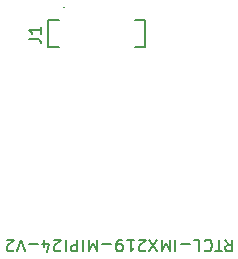
<source format=gbr>
%TF.GenerationSoftware,KiCad,Pcbnew,9.0.0*%
%TF.CreationDate,2025-05-23T22:04:32+09:00*%
%TF.ProjectId,imx219_mipi24,696d7832-3139-45f6-9d69-706932342e6b,rev?*%
%TF.SameCoordinates,Original*%
%TF.FileFunction,Legend,Top*%
%TF.FilePolarity,Positive*%
%FSLAX46Y46*%
G04 Gerber Fmt 4.6, Leading zero omitted, Abs format (unit mm)*
G04 Created by KiCad (PCBNEW 9.0.0) date 2025-05-23 22:04:32*
%MOMM*%
%LPD*%
G01*
G04 APERTURE LIST*
%ADD10C,0.150000*%
%ADD11C,0.127000*%
%ADD12C,0.100000*%
G04 APERTURE END LIST*
D10*
X159391792Y-109930180D02*
X159725125Y-110406371D01*
X159963220Y-109930180D02*
X159963220Y-110930180D01*
X159963220Y-110930180D02*
X159582268Y-110930180D01*
X159582268Y-110930180D02*
X159487030Y-110882561D01*
X159487030Y-110882561D02*
X159439411Y-110834942D01*
X159439411Y-110834942D02*
X159391792Y-110739704D01*
X159391792Y-110739704D02*
X159391792Y-110596847D01*
X159391792Y-110596847D02*
X159439411Y-110501609D01*
X159439411Y-110501609D02*
X159487030Y-110453990D01*
X159487030Y-110453990D02*
X159582268Y-110406371D01*
X159582268Y-110406371D02*
X159963220Y-110406371D01*
X159106077Y-110930180D02*
X158534649Y-110930180D01*
X158820363Y-109930180D02*
X158820363Y-110930180D01*
X157629887Y-110025419D02*
X157677506Y-109977800D01*
X157677506Y-109977800D02*
X157820363Y-109930180D01*
X157820363Y-109930180D02*
X157915601Y-109930180D01*
X157915601Y-109930180D02*
X158058458Y-109977800D01*
X158058458Y-109977800D02*
X158153696Y-110073038D01*
X158153696Y-110073038D02*
X158201315Y-110168276D01*
X158201315Y-110168276D02*
X158248934Y-110358752D01*
X158248934Y-110358752D02*
X158248934Y-110501609D01*
X158248934Y-110501609D02*
X158201315Y-110692085D01*
X158201315Y-110692085D02*
X158153696Y-110787323D01*
X158153696Y-110787323D02*
X158058458Y-110882561D01*
X158058458Y-110882561D02*
X157915601Y-110930180D01*
X157915601Y-110930180D02*
X157820363Y-110930180D01*
X157820363Y-110930180D02*
X157677506Y-110882561D01*
X157677506Y-110882561D02*
X157629887Y-110834942D01*
X156725125Y-109930180D02*
X157201315Y-109930180D01*
X157201315Y-109930180D02*
X157201315Y-110930180D01*
X156391791Y-110311133D02*
X155629887Y-110311133D01*
X155153696Y-109930180D02*
X155153696Y-110930180D01*
X154677506Y-109930180D02*
X154677506Y-110930180D01*
X154677506Y-110930180D02*
X154344173Y-110215895D01*
X154344173Y-110215895D02*
X154010840Y-110930180D01*
X154010840Y-110930180D02*
X154010840Y-109930180D01*
X153629887Y-110930180D02*
X152963221Y-109930180D01*
X152963221Y-110930180D02*
X153629887Y-109930180D01*
X152629887Y-110834942D02*
X152582268Y-110882561D01*
X152582268Y-110882561D02*
X152487030Y-110930180D01*
X152487030Y-110930180D02*
X152248935Y-110930180D01*
X152248935Y-110930180D02*
X152153697Y-110882561D01*
X152153697Y-110882561D02*
X152106078Y-110834942D01*
X152106078Y-110834942D02*
X152058459Y-110739704D01*
X152058459Y-110739704D02*
X152058459Y-110644466D01*
X152058459Y-110644466D02*
X152106078Y-110501609D01*
X152106078Y-110501609D02*
X152677506Y-109930180D01*
X152677506Y-109930180D02*
X152058459Y-109930180D01*
X151106078Y-109930180D02*
X151677506Y-109930180D01*
X151391792Y-109930180D02*
X151391792Y-110930180D01*
X151391792Y-110930180D02*
X151487030Y-110787323D01*
X151487030Y-110787323D02*
X151582268Y-110692085D01*
X151582268Y-110692085D02*
X151677506Y-110644466D01*
X150629887Y-109930180D02*
X150439411Y-109930180D01*
X150439411Y-109930180D02*
X150344173Y-109977800D01*
X150344173Y-109977800D02*
X150296554Y-110025419D01*
X150296554Y-110025419D02*
X150201316Y-110168276D01*
X150201316Y-110168276D02*
X150153697Y-110358752D01*
X150153697Y-110358752D02*
X150153697Y-110739704D01*
X150153697Y-110739704D02*
X150201316Y-110834942D01*
X150201316Y-110834942D02*
X150248935Y-110882561D01*
X150248935Y-110882561D02*
X150344173Y-110930180D01*
X150344173Y-110930180D02*
X150534649Y-110930180D01*
X150534649Y-110930180D02*
X150629887Y-110882561D01*
X150629887Y-110882561D02*
X150677506Y-110834942D01*
X150677506Y-110834942D02*
X150725125Y-110739704D01*
X150725125Y-110739704D02*
X150725125Y-110501609D01*
X150725125Y-110501609D02*
X150677506Y-110406371D01*
X150677506Y-110406371D02*
X150629887Y-110358752D01*
X150629887Y-110358752D02*
X150534649Y-110311133D01*
X150534649Y-110311133D02*
X150344173Y-110311133D01*
X150344173Y-110311133D02*
X150248935Y-110358752D01*
X150248935Y-110358752D02*
X150201316Y-110406371D01*
X150201316Y-110406371D02*
X150153697Y-110501609D01*
X149725125Y-110311133D02*
X148963221Y-110311133D01*
X148487030Y-109930180D02*
X148487030Y-110930180D01*
X148487030Y-110930180D02*
X148153697Y-110215895D01*
X148153697Y-110215895D02*
X147820364Y-110930180D01*
X147820364Y-110930180D02*
X147820364Y-109930180D01*
X147344173Y-109930180D02*
X147344173Y-110930180D01*
X146867983Y-109930180D02*
X146867983Y-110930180D01*
X146867983Y-110930180D02*
X146487031Y-110930180D01*
X146487031Y-110930180D02*
X146391793Y-110882561D01*
X146391793Y-110882561D02*
X146344174Y-110834942D01*
X146344174Y-110834942D02*
X146296555Y-110739704D01*
X146296555Y-110739704D02*
X146296555Y-110596847D01*
X146296555Y-110596847D02*
X146344174Y-110501609D01*
X146344174Y-110501609D02*
X146391793Y-110453990D01*
X146391793Y-110453990D02*
X146487031Y-110406371D01*
X146487031Y-110406371D02*
X146867983Y-110406371D01*
X145867983Y-109930180D02*
X145867983Y-110930180D01*
X145439412Y-110834942D02*
X145391793Y-110882561D01*
X145391793Y-110882561D02*
X145296555Y-110930180D01*
X145296555Y-110930180D02*
X145058460Y-110930180D01*
X145058460Y-110930180D02*
X144963222Y-110882561D01*
X144963222Y-110882561D02*
X144915603Y-110834942D01*
X144915603Y-110834942D02*
X144867984Y-110739704D01*
X144867984Y-110739704D02*
X144867984Y-110644466D01*
X144867984Y-110644466D02*
X144915603Y-110501609D01*
X144915603Y-110501609D02*
X145487031Y-109930180D01*
X145487031Y-109930180D02*
X144867984Y-109930180D01*
X144010841Y-110596847D02*
X144010841Y-109930180D01*
X144248936Y-110977800D02*
X144487031Y-110263514D01*
X144487031Y-110263514D02*
X143867984Y-110263514D01*
X143487031Y-110311133D02*
X142725127Y-110311133D01*
X142391793Y-110930180D02*
X142058460Y-109930180D01*
X142058460Y-109930180D02*
X141725127Y-110930180D01*
X141439412Y-110834942D02*
X141391793Y-110882561D01*
X141391793Y-110882561D02*
X141296555Y-110930180D01*
X141296555Y-110930180D02*
X141058460Y-110930180D01*
X141058460Y-110930180D02*
X140963222Y-110882561D01*
X140963222Y-110882561D02*
X140915603Y-110834942D01*
X140915603Y-110834942D02*
X140867984Y-110739704D01*
X140867984Y-110739704D02*
X140867984Y-110644466D01*
X140867984Y-110644466D02*
X140915603Y-110501609D01*
X140915603Y-110501609D02*
X141487031Y-109930180D01*
X141487031Y-109930180D02*
X140867984Y-109930180D01*
X142754819Y-92933333D02*
X143469104Y-92933333D01*
X143469104Y-92933333D02*
X143611961Y-92980952D01*
X143611961Y-92980952D02*
X143707200Y-93076190D01*
X143707200Y-93076190D02*
X143754819Y-93219047D01*
X143754819Y-93219047D02*
X143754819Y-93314285D01*
X143754819Y-91933333D02*
X143754819Y-92504761D01*
X143754819Y-92219047D02*
X142754819Y-92219047D01*
X142754819Y-92219047D02*
X142897676Y-92314285D01*
X142897676Y-92314285D02*
X142992914Y-92409523D01*
X142992914Y-92409523D02*
X143040533Y-92504761D01*
D11*
%TO.C,J1*%
X144390000Y-93660000D02*
X144390000Y-91340000D01*
X145265000Y-91340000D02*
X144390000Y-91340000D01*
X145265000Y-93660000D02*
X144390000Y-93660000D01*
X151735000Y-91340000D02*
X152610000Y-91340000D01*
X152610000Y-91340000D02*
X152610000Y-93660000D01*
X152610000Y-93660000D02*
X151735000Y-93660000D01*
D12*
X145750000Y-90286000D02*
G75*
G02*
X145650000Y-90286000I-50000J0D01*
G01*
X145650000Y-90286000D02*
G75*
G02*
X145750000Y-90286000I50000J0D01*
G01*
%TD*%
M02*

</source>
